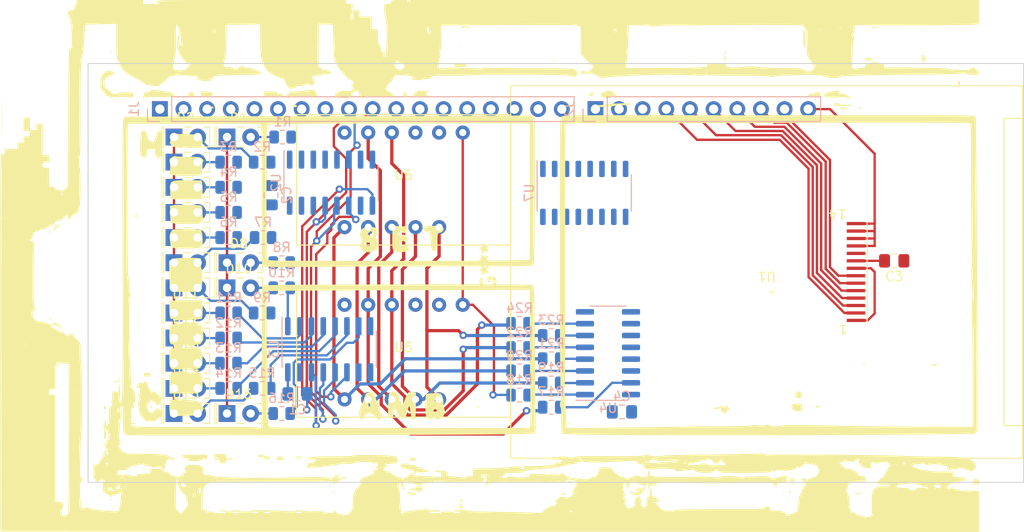
<source format=kicad_pcb>
(kicad_pcb (version 20211014) (generator pcbnew)
  (layers (0 "F.Cu" signal) (31 "B.Cu" signal) (34 "B.Paste" user) (35 "F.Paste" user) (36 "B.SilkS" user "B.Silkscreen") (37 "F.SilkS" user "F.Silkscreen") (38 "B.Mask" user) (39 "F.Mask" user) (44 "Edge.Cuts" user))
  (net 0 "")
  (net 1 "+5V")
  (net 2 "Net-(D1-Pad2)")
  (net 3 "Net-(D2-Pad2)")
  (net 4 "Net-(R1-Pad1)")
  (net 5 "Net-(D3-Pad2)")
  (net 6 "Net-(R2-Pad1)")
  (net 7 "Net-(R3-Pad1)")
  (net 8 "Net-(D4-Pad2)")
  (net 9 "Net-(R4-Pad1)")
  (net 10 "Net-(R5-Pad1)")
  (net 11 "Net-(D5-Pad2)")
  (net 12 "Net-(R6-Pad1)")
  (net 13 "Net-(R7-Pad1)")
  (net 14 "Net-(R8-Pad1)")
  (net 15 "Net-(R9-Pad1)")
  (net 16 "Net-(R10-Pad1)")
  (net 17 "Net-(D6-Pad2)")
  (net 18 "Net-(R11-Pad1)")
  (net 19 "Net-(R12-Pad1)")
  (net 20 "Net-(D7-Pad2)")
  (net 21 "Net-(R13-Pad1)")
  (net 22 "Net-(R14-Pad1)")
  (net 23 "Net-(D8-Pad2)")
  (net 24 "Net-(R15-Pad1)")
  (net 25 "Net-(R16-Pad1)")
  (net 26 "Net-(R17-Pad1)")
  (net 27 "Net-(R18-Pad1)")
  (net 28 "Net-(R19-Pad1)")
  (net 29 "Net-(R20-Pad1)")
  (net 30 "Net-(R21-Pad1)")
  (net 31 "Net-(R22-Pad1)")
  (net 32 "Net-(R23-Pad1)")
  (net 33 "Net-(R23-Pad2)")
  (net 34 "Net-(R24-Pad1)")
  (net 35 "Net-(R24-Pad2)")
  (net 36 "Net-(D9-Pad2)")
  (net 37 "Net-(D10-Pad2)")
  (net 38 "Net-(D11-Pad2)")
  (net 39 "Net-(D12-Pad2)")
  (net 40 "Net-(D13-Pad2)")
  (net 41 "Net-(D14-Pad2)")
  (net 42 "Net-(D15-Pad2)")
  (net 43 "Net-(C3-Pad2)")
  (net 44 "Net-(D16-Pad2)")
  (net 45 "/MOSI_2")
  (net 46 "/SCK_2")
  (net 47 "/Clear")
  (net 48 "/LH_2")
  (net 49 "/MOSI_1")
  (net 51 "/SCK_1")
  (net 52 "/LED_Dimming")
  (net 53 "/LH_1")
  (net 55 "/D1")
  (net 56 "Net-(J2-Pad4)")
  (net 57 "Net-(J2-Pad5)")
  (net 58 "Net-(J2-Pad6)")
  (net 59 "Net-(J2-Pad7)")
  (net 60 "Net-(R17-Pad2)")
  (net 61 "Net-(R18-Pad2)")
  (net 62 "Net-(R19-Pad2)")
  (net 63 "Net-(R20-Pad2)")
  (net 64 "Net-(R21-Pad2)")
  (net 65 "Net-(R22-Pad2)")
  (net 66 "Net-(J2-Pad8)")
  (net 67 "Net-(J2-Pad9)")
  (net 68 "Net-(J2-Pad3)")
  (net 69 "Net-(U2-Pad9)")
  (net 72 "Net-(U6-Pad8)")
  (net 73 "Net-(U6-Pad9)")
  (net 74 "Net-(U6-Pad12)")
  (net 75 "/D2")
  (net 76 "/D3")
  (net 77 "/D4")
  (net 78 "/D5")
  (net 79 "/D6")
  (net 81 "GND")
  (net 83 "Net-(U5-Pad8)")
  (net 84 "Net-(U5-Pad9)")
  (net 85 "Net-(U5-Pad12)")
  (footprint "LED_THT:LED_Rectangular_W5.0mm_H2.0mm" (layer "F.Cu") (at 107.525 68.4)
    (fp_text reference "D1")
    (fp_text value "LED")
  )
  (footprint "LEDs:2.2_wvga_spi" (layer "F.Cu") (at 165.5 82.9 180)
    (fp_text reference "U1")
    (fp_text value "2.2__WVGA_SPI_14pin")
  )
  (footprint "LED_THT:LED_Rectangular_W5.0mm_H2.0mm" (layer "F.Cu") (at 101.825 71.1)
    (fp_text reference "D3")
    (fp_text value "LED")
  )
  (footprint "LED_THT:LED_Rectangular_W5.0mm_H2.0mm" (layer "F.Cu") (at 101.825 73.8)
    (fp_text reference "D4")
    (fp_text value "LED")
  )
  (footprint "Capacitor_SMD:C_0805_2012Metric_Pad1.18x1.45mm_HandSolder" (layer "F.Cu") (at 179.2 81.7 180)
    (fp_text reference "C3")
    (fp_text value "100n")
  )
  (footprint "LED_THT:LED_Rectangular_W5.0mm_H2.0mm" (layer "F.Cu") (at 101.825 76.5)
    (fp_text reference "D5")
    (fp_text value "LED")
  )
  (footprint "LED_THT:LED_Rectangular_W5.0mm_H2.0mm" (layer "F.Cu") (at 107.525 81.9)
    (fp_text reference "D8")
    (fp_text value "LED")
  )
  (footprint "LED_THT:LED_Rectangular_W5.0mm_H2.0mm" (layer "F.Cu") (at 107.525 98.1)
    (fp_text reference "D16")
    (fp_text value "LED")
  )
  (footprint "LED_THT:LED_Rectangular_W5.0mm_H2.0mm" (layer "F.Cu") (at 101.825 90)
    (fp_text reference "D12")
    (fp_text value "LED")
  )
  (footprint "LED_THT:LED_Rectangular_W5.0mm_H2.0mm" (layer "F.Cu") (at 101.825 84.6)
    (fp_text reference "D9")
    (fp_text value "LED")
  )
  (footprint "Personal:CL3631AH" (layer "F.Cu") (at 126.5 73)
    (fp_text reference "U6")
    (fp_text value "CL3631AH")
  )
  (footprint "Personal:CL3631AH" (layer "F.Cu") (at 126.5 91.5)
    (fp_text reference "U5")
    (fp_text value "CL3631AH")
  )
  (footprint "LED_THT:LED_Rectangular_W5.0mm_H2.0mm" (layer "F.Cu") (at 101.825 68.4)
    (fp_text reference "D2")
    (fp_text value "LED")
  )
  (footprint "LED_THT:LED_Rectangular_W5.0mm_H2.0mm" (layer "F.Cu") (at 101.825 79.2)
    (fp_text reference "D6")
    (fp_text value "LED")
  )
  (footprint "LED_THT:LED_Rectangular_W5.0mm_H2.0mm" (layer "F.Cu") (at 101.825 92.7)
    (fp_text reference "D13")
    (fp_text value "LED")
  )
  (footprint "Personal:hvac overlay" (layer "F.Cu") (at 135.636 82.296 -90)
    (fp_text reference "G***")
    (fp_text value "LOGO" hide)
  )
  (footprint "LED_THT:LED_Rectangular_W5.0mm_H2.0mm" (layer "F.Cu") (at 101.825 81.9)
    (fp_text reference "D7")
    (fp_text value "LED")
  )
  (footprint "LED_THT:LED_Rectangular_W5.0mm_H2.0mm" (layer "F.Cu") (at 101.825 98.1)
    (fp_text reference "D15")
    (fp_text value "LED")
  )
  (footprint "LED_THT:LED_Rectangular_W5.0mm_H2.0mm" (layer "F.Cu") (at 101.825 87.3)
    (fp_text reference "D11")
    (fp_text value "LED")
  )
  (footprint "LED_THT:LED_Rectangular_W5.0mm_H2.0mm" (layer "F.Cu") (at 107.525 84.6)
    (fp_text reference "D10")
    (fp_text value "LED")
  )
  (footprint "LED_THT:LED_Rectangular_W5.0mm_H2.0mm" (layer "F.Cu") (at 101.825 95.4)
    (fp_text reference "D14")
    (fp_text value "LED")
  )
  (footprint "Capacitor_SMD:C_0805_2012Metric_Pad1.18x1.45mm_HandSolder" (layer "B.Cu") (at 115.1 96)
    (fp_text reference "C1")
    (fp_text value "100n")
  )
  (footprint "Resistor_SMD:R_0805_2012Metric" (layer "B.Cu") (at 111.3 71.1 180)
    (fp_text reference "R2")
    (fp_text value "220")
  )
  (footprint "Package_SO:SOIC-16_3.9x9.9mm_P1.27mm" (layer "B.Cu") (at 118.5 91.2 -90)
    (fp_text reference "U3")
    (fp_text value "74HC595")
  )
  (footprint "Resistor_SMD:R_0805_2012Metric" (layer "B.Cu") (at 142.351854 89.725 180)
    (fp_text reference "R23")
    (fp_text value "220")
  )
  (footprint "Resistor_SMD:R_0805_2012Metric" (layer "B.Cu") (at 113.4 84.6 180)
    (fp_text reference "R10")
    (fp_text value "220")
  )
  (footprint "Resistor_SMD:R_0805_2012Metric" (layer "B.Cu") (at 138.951854 96.125 180)
    (fp_text reference "R18")
    (fp_text value "220")
  )
  (footprint "Resistor_SMD:R_0805_2012Metric" (layer "B.Cu") (at 142.351854 92.225 180)
    (fp_text reference "R21")
    (fp_text value "220")
  )
  (footprint "Resistor_SMD:R_0805_2012Metric" (layer "B.Cu") (at 113.4 81.9 180)
    (fp_text reference "R8")
    (fp_text value "220")
  )
  (footprint "Package_SO:SO-16_3.9x9.9mm_P1.27mm" (layer "B.Cu") (at 145.9 74.4 -90)
    (fp_text reference "U7")
    (fp_text value "ULN2003")
  )
  (footprint "Resistor_SMD:R_0805_2012Metric" (layer "B.Cu") (at 113.4 98.1 180)
    (fp_text reference "R16")
    (fp_text value "220")
  )
  (footprint "Resistor_SMD:R_0805_2012Metric" (layer "B.Cu") (at 107.7 95.4 180)
    (fp_text reference "R14")
    (fp_text value "220")
  )
  (footprint "Resistor_SMD:R_0805_2012Metric" (layer "B.Cu") (at 138.951854 88.425 180)
    (fp_text reference "R24")
    (fp_text value "220")
  )
  (footprint "Resistor_SMD:R_0805_2012Metric" (layer "B.Cu") (at 111.3 95.4 180)
    (fp_text reference "R15")
    (fp_text value "220")
  )
  (footprint "Package_SO:SOIC-16_3.9x9.9mm_P1.27mm" (layer "B.Cu") (at 148.451854 91.625)
    (fp_text reference "U4")
    (fp_text value "74HC595")
  )
  (footprint "Resistor_SMD:R_0805_2012Metric" (layer "B.Cu") (at 107.7 71.1 180)
    (fp_text reference "R3")
    (fp_text value "220")
  )
  (footprint "Resistor_SMD:R_0805_2012Metric" (layer "B.Cu") (at 142.351854 94.825 180)
    (fp_text reference "R19")
    (fp_text value "220")
  )
  (footprint "Capacitor_SMD:C_0805_2012Metric_Pad1.18x1.45mm_HandSolder" (layer "B.Cu") (at 149.951854 97.925 180)
    (fp_text reference "C4")
    (fp_text value "100n")
  )
  (footprint "Resistor_SMD:R_0805_2012Metric" (layer "B.Cu") (at 138.951854 93.525 180)
    (fp_text reference "R20")
    (fp_text value "220")
  )
  (footprint "Resistor_SMD:R_0805_2012Metric" (layer "B.Cu") (at 107.7 73.8 180)
    (fp_text reference "R4")
    (fp_text value "220")
  )
  (footprint "Resistor_SMD:R_0805_2012Metric" (layer "B.Cu") (at 107.7 79.2 180)
    (fp_text reference "R6")
    (fp_text value "220")
  )
  (footprint "Resistor_SMD:R_0805_2012Metric" (layer "B.Cu") (at 107.7 90 180)
    (fp_text reference "R12")
    (fp_text value "220")
  )
  (footprint "Resistor_SMD:R_0805_2012Metric" (layer "B.Cu") (at 107.7 76.5 180)
    (fp_text reference "R5")
    (fp_text value "220")
  )
  (footprint "Resistor_SMD:R_0805_2012Metric" (layer "B.Cu") (at 107.7 87.3 180)
    (fp_text reference "R11")
    (fp_text value "220")
  )
  (footprint "Connector_PinSocket_2.54mm:PinSocket_1x10_P2.54mm_Vertical" (layer "B.Cu") (at 147.1 65.4 -90)
    (fp_text reference "J2")
    (fp_text value "Conn_01x10")
  )
  (footprint "Resistor_SMD:R_0805_2012Metric" (layer "B.Cu") (at 142.351854 97.425 180)
    (fp_text reference "R17")
    (fp_text value "220")
  )
  (footprint "Resistor_SMD:R_0805_2012Metric" (layer "B.Cu") (at 113.5 68.4 180)
    (fp_text reference "R1")
    (fp_text value "220")
  )
  (footprint "Package_SO:SOIC-16_3.9x9.9mm_P1.27mm" (layer "B.Cu") (at 118.7 73.3 -90)
    (fp_text reference "U2")
    (fp_text value "74HC595")
  )
  (footprint "Resistor_SMD:R_0805_2012Metric" (layer "B.Cu") (at 138.951854 91.025 180)
    (fp_text reference "R22")
    (fp_text value "220")
  )
  (footprint "Resistor_SMD:R_0805_2012Metric" (layer "B.Cu") (at 107.6875 92.7 180)
    (fp_text reference "R13")
    (fp_text value "220")
  )
  (footprint "Resistor_SMD:R_0805_2012Metric" (layer "B.Cu") (at 111.3 87.3 180)
    (fp_text reference "R9")
    (fp_text value "220")
  )
  (footprint "Connector_PinSocket_2.54mm:PinSocket_1x18_P2.54mm_Vertical" (layer "B.Cu") (at 100.31 65.4 -90)
    (fp_text reference "J1")
    (fp_text value "Conn_01x18")
  )
  (footprint "Resistor_SMD:R_0805_2012Metric" (layer "B.Cu") (at 111.4 79.2 180)
    (fp_text reference "R7")
    (fp_text value "220")
  )
  (footprint "Capacitor_SMD:C_0805_2012Metric_Pad1.18x1.45mm_HandSolder" (layer "B.Cu") (at 112.25 74.65 90)
    (fp_text reference "C2")
    (fp_text value "100n")
  )
  (gr_rect (start 92.6 60.5) (end 193.1 105.5) (layer "Edge.Cuts") (width 0.1) (fill none))
  (segment (start 114.0625 93.6825) (end 114.055 93.675) (width 0.25) (layer "B.Cu") (net 1))
  (segment (start 114.0625 96) (end 114.0625 93.6825) (width 0.25) (layer "B.Cu") (net 1))
  (segment (start 110.065 68.4) (end 112.5875 68.4) (width 0.25) (layer "B.Cu") (net 2))
  (segment (start 110.3875 71.1) (end 110.3875 70.936522) (width 0.25) (layer "B.Cu") (net 3))
  (segment (start 105.589511 69.624511) (end 109.075489 69.624511) (width 0.25) (layer "B.Cu") (net 3))
  (segment (start 110.3875 70.936522) (end 109.075489 69.624511) (width 0.25) (layer "B.Cu") (net 3))
  (segment (start 104.365 68.4) (end 105.589511 69.624511) (width 0.25) (layer "B.Cu") (net 3))
  (segment (start 104.365 71.1) (end 106.7875 71.1) (width 0.25) (layer "B.Cu") (net 5))
  (segment (start 104.365 73.8) (end 106.7875 73.8) (width 0.25) (layer "B.Cu") (net 8))
  (segment (start 104.365 76.5) (end 106.7875 76.5) (width 0.25) (layer "B.Cu") (net 11))
  (segment (start 114.055 88.725) (end 114.055 84.8575) (width 0.25) (layer "B.Cu") (net 16))
  (segment (start 114.055 84.8575) (end 114.3125 84.6) (width 0.25) (layer "B.Cu") (net 16))
  (segment (start 106.7875 79.2) (end 104.365 79.2) (width 0.25) (layer "B.Cu") (net 17))
  (segment (start 115.00048 90.02452) (end 111.33702 90.02452) (width 0.25) (layer "B.Cu") (net 18))
  (segment (start 115.325 88.725) (end 115.325 89.7) (width 0.25) (layer "B.Cu") (net 18))
  (segment (start 115.325 89.7) (end 115.00048 90.02452) (width 0.25) (layer "B.Cu") (net 18))
  (segment (start 111.33702 90.02452) (end 108.6125 87.3) (width 0.25) (layer "B.Cu") (net 18))
  (segment (start 116.595 89.7) (end 116.595 88.725) (width 0.25) (layer "B.Cu") (net 19))
  (segment (start 108.6125 90) (end 109.08654 90.47404) (width 0.25) (layer "B.Cu") (net 19))
  (segment (start 115.82096 90.47404) (end 116.595 89.7) (width 0.25) (layer "B.Cu") (net 19))
  (segment (start 109.08654 90.47404) (end 115.82096 90.47404) (width 0.25) (layer "B.Cu") (net 19))
  (segment (start 105.865 80.4) (end 109.2875 80.4) (width 0.25) (layer "B.Cu") (net 20))
  (segment (start 109.2875 80.4) (end 110.4875 79.2) (width 0.25) (layer "B.Cu") (net 20))
  (segment (start 104.365 81.9) (end 105.865 80.4) (width 0.25) (layer "B.Cu") (net 20))
  (segment (start 117.865 89.7) (end 116.64144 90.92356) (width 0.25) (layer "B.Cu") (net 21))
  (segment (start 116.64144 90.92356) (end 111.47644 90.92356) (width 0.25) (layer "B.Cu") (net 21))
  (segment (start 117.865 88.725) (end 117.865 89.7) (width 0.25) (layer "B.Cu") (net 21))
  (segment (start 108.6 92.7) (end 109.7 92.7) (width 0.25) (layer "B.Cu") (net 21))
  (segment (start 109.7 92.7) (end 111.47644 90.92356) (width 0.25) (layer "B.Cu") (net 21))
  (segment (start 112.5 91.4) (end 108.6125 95.2875) (width 0.25) (layer "B.Cu") (net 22))
  (segment (start 108.6125 95.2875) (end 108.6125 95.4) (width 0.25) (layer "B.Cu") (net 22))
  (segment (start 119.135 89.7) (end 117.435 91.4) (width 0.25) (layer "B.Cu") (net 22))
  (segment (start 117.435 91.4) (end 112.5 91.4) (width 0.25) (layer "B.Cu") (net 22))
  (segment (start 119.135 88.725) (end 119.135 89.7) (width 0.25) (layer "B.Cu") (net 22))
  (segment (start 110.065 81.9) (end 112.4875 81.9) (width 0.25) (layer "B.Cu") (net 23))
  (segment (start 112.2125 95.4) (end 112.2125 92.8875) (width 0.25) (layer "B.Cu") (net 24))
  (segment (start 112.2125 92.8875) (end 112.35 92.75) (width 0.25) (layer "B.Cu") (net 24))
  (segment (start 113.25048 91.84952) (end 118.25548 91.84952) (width 0.25) (layer "B.Cu") (net 24))
  (segment (start 120.405 89.7) (end 120.405 88.725) (width 0.25) (layer "B.Cu") (net 24))
  (segment (start 118.25548 91.84952) (end 120.405 89.7) (width 0.25) (layer "B.Cu") (net 24))
  (segment (start 112.2125 92.8875) (end 113.25048 91.84952) (width 0.25) (layer "B.Cu") (net 24))
  (segment (start 114.70048 92.646374) (end 115.046854 92.3) (width 0.25) (layer "B.Cu") (net 25))
  (segment (start 120.4 90.5) (end 121.1 90.5) (width 0.25) (layer "B.Cu") (net 25))
  (segment (start 115.02548 95.24904) (end 114.70048 94.92404) (width 0.25) (layer "B.Cu") (net 25))
  (segment (start 114.3125 98.1) (end 115.02548 97.38702) (width 0.25) (layer "B.Cu") (net 25))
  (segment (start 114.70048 94.92404) (end 114.70048 92.646374) (width 0.25) (layer "B.Cu") (net 25))
  (segment (start 118.6 92.3) (end 120.4 90.5) (width 0.25) (layer "B.Cu") (net 25))
  (segment (start 121.675 88.725) (end 121.675 89.925) (width 0.25) (layer "B.Cu") (net 25))
  (segment (start 115.046854 92.3) (end 118.6 92.3) (width 0.25) (layer "B.Cu") (net 25))
  (segment (start 121.675 89.925) (end 121.1 90.5) (width 0.25) (layer "B.Cu") (net 25))
  (segment (start 115.02548 97.38702) (end 115.02548 95.24904) (width 0.25) (layer "B.Cu") (net 25))
  (segment (start 146.275 97.425) (end 148.9 94.8) (width 0.25) (layer "B.Cu") (net 26))
  (segment (start 143.264354 97.425) (end 146.275 97.425) (width 0.25) (layer "B.Cu") (net 26))
  (segment (start 148.9 94.8) (end 150.926854 94.8) (width 0.25) (layer "B.Cu") (net 26))
  (segment (start 145.976854 96.07) (end 139.919354 96.07) (width 0.25) (layer "B.Cu") (net 27))
  (segment (start 139.919354 96.07) (end 139.864354 96.125) (width 0.25) (layer "B.Cu") (net 27))
  (segment (start 145.951854 94.825) (end 145.976854 94.8) (width 0.25) (layer "B.Cu") (net 28))
  (segment (start 143.264354 94.825) (end 145.951854 94.825) (width 0.25) (layer "B.Cu") (net 28))
  (segment (start 145.976854 93.53) (end 139.869354 93.53) (width 0.25) (layer "B.Cu") (net 29))
  (segment (start 139.869354 93.53) (end 139.864354 93.525) (width 0.25) (layer "B.Cu") (net 29))
  (segment (start 143.264354 92.225) (end 145.941854 92.225) (width 0.25) (layer "B.Cu") (net 30))
  (segment (start 145.941854 92.225) (end 145.976854 92.26) (width 0.25) (layer "B.Cu") (net 30))
  (segment (start 139.899354 90.99) (end 139.864354 91.025) (width 0.25) (layer "B.Cu") (net 31))
  (segment (start 145.976854 90.99) (end 139.899354 90.99) (width 0.25) (layer "B.Cu") (net 31))
  (segment (start 145.971854 89.725) (end 145.976854 89.72) (width 0.25) (layer "B.Cu") (net 32))
  (segment (start 143.264354 89.725) (end 145.971854 89.725) (width 0.25) (layer "B.Cu") (net 32))
  (segment (start 129 82.5) (end 129 89.2) (width 0.35) (layer "F.Cu") (net 33))
  (segment (start 129 89.2) (end 132.4 89.2) (width 0.35) (layer "F.Cu") (net 33))
  (segment (start 130.31 78.08) (end 130.31 81.19) (width 0.35) (layer "F.Cu") (net 33))
  (segment (start 132.4 89.2) (end 132.9 89.7) (width 0.35) (layer "F.Cu") (net 33))
  (segment (start 129 89.2) (end 129 95.27) (width 0.35) (layer "F.Cu") (net 33))
  (segment (start 129 95.27) (end 130.31 96.58) (width 0.35) (layer "F.Cu") (net 33))
  (segment (start 130.31 81.19) (end 129 82.5) (width 0.35) (layer "F.Cu") (net 33))
  (via (at 132.9 89.7) (size 0.8) (drill 0.4) (layers "F.Cu" "B.Cu") (net 33))
  (segment (start 132.9 89.7) (end 132.925 89.725) (width 0.35) (layer "B.Cu") (net 33))
  (segment (start 132.925 89.725) (end 141.439354 89.725) (width 0.35) (layer "B.Cu") (net 33))
  (segment (start 145.976854 88.45) (end 139.889354 88.45) (width 0.25) (layer "B.Cu") (net 34))
  (segment (start 139.889354 88.45) (end 139.864354 88.425) (width 0.25) (layer "B.Cu") (net 34))
  (segment (start 123.826511 82.173489) (end 123.826511 95.176511) (width 0.35) (layer "F.Cu") (net 35))
  (segment (start 134.424588 89.075412) (end 134.9 88.6) (width 0.35) (layer "F.Cu") (net 35))
  (segment (start 134.424588 94.924588) (end 134.424588 89.075412) (width 0.35) (layer "F.Cu") (net 35))
  (segment (start 125.23 80.77) (end 123.826511 82.173489) (width 0.35) (layer "F.Cu") (net 35))
  (segment (start 125.23 96.58) (end 126.91603 98.26603) (width 0.35) (layer "F.Cu") (net 35))
  (segment (start 131.083145 98.26603) (end 134.424588 94.924588) (width 0.35) (layer "F.Cu") (net 35))
  (segment (start 126.91603 98.26603) (end 131.083145 98.26603) (width 0.35) (layer "F.Cu") (net 35))
  (segment (start 123.826511 95.176511) (end 125.23 96.58) (width 0.35) (layer "F.Cu") (net 35))
  (segment (start 125.23 78.08) (end 125.23 80.77) (width 0.35) (layer "F.Cu") (net 35))
  (via (at 134.9 88.6) (size 0.8) (drill 0.4) (layers "F.Cu" "B.Cu") (net 35))
  (segment (start 136.7 88.6) (end 137.864354 88.6) (width 0.35) (layer "B.Cu") (net 35))
  (segment (start 137.864354 88.6) (end 138.039354 88.425) (width 0.35) (layer "B.Cu") (net 35))
  (segment (start 134.9 88.6) (end 136.7 88.6) (width 0.35) (layer "B.Cu") (net 35))
  (segment (start 109.0875 86) (end 110.3875 87.3) (width 0.25) (layer "B.Cu") (net 36))
  (segment (start 104.365 84.6) (end 105.765 86) (width 0.25) (layer "B.Cu") (net 36))
  (segment (start 105.765 86) (end 109.0875 86) (width 0.25) (layer "B.Cu") (net 36))
  (segment (start 110.065 84.6) (end 112.4875 84.6) (width 0.25) (layer "B.Cu") (net 37))
  (segment (start 104.365 87.3) (end 106.7875 87.3) (width 0.25) (layer "B.Cu") (net 38))
  (segment (start 106.7875 90) (end 104.365 90) (width 0.25) (layer "B.Cu") (net 39))
  (segment (start 104.365 92.7) (end 106.775 92.7) (width 0.25) (layer "B.Cu") (net 40))
  (segment (start 104.365 95.4) (end 106.7875 95.4) (width 0.25) (layer "B.Cu") (net 41))
  (segment (start 105.765 96.7) (end 109.2875 96.7) (width 0.25) (layer "B.Cu") (net 42))
  (segment (start 104.365 98.1) (end 105.765 96.7) (width 0.25) (layer "B.Cu") (net 42))
  (segment (start 109.2875 96.7) (end 110.5875 95.4) (width 0.25) (layer "B.Cu") (net 42))
  (segment (start 175.1 81.7) (end 178.1625 81.7) (width 0.25) (layer "F.Cu") (net 43))
  (segment (start 110.065 98.1) (end 112.4875 98.1) (width 0.25) (layer "B.Cu") (net 44))
  (segment (start 117.7 96.3) (end 118.67402 96.3) (width 0.25) (layer "F.Cu") (net 51))
  (segment (start 118.724511 77.824511) (end 118.724511 78.375489) (width 0.25) (layer "F.Cu") (net 51))
  (segment (start 121.077035 76.975489) (end 119.573533 76.975489) (width 0.25) (layer "F.Cu") (net 51))
  (segment (start 117.1 95.7) (end 117.7 96.3) (width 0.25) (layer "F.Cu") (net 51))
  (segment (start 118.3 79.8) (end 117.1 81) (width 0.25) (layer "F.Cu") (net 51))
  (segment (start 118.3 78.8) (end 118.3 79.8) (width 0.25) (layer "F.Cu") (net 51))
  (segment (start 117.1 81) (end 117.1 95.7) (width 0.25) (layer "F.Cu") (net 51))
  (segment (start 118.724511 78.375489) (end 118.3 78.8) (width 0.25) (layer "F.Cu") (net 51))
  (segment (start 121.36112 77.259574) (end 121.077035 76.975489) (width 0.25) (layer "F.Cu") (net 51))
  (segment (start 119.573533 76.975489) (end 118.724511 77.824511) (width 0.25) (layer "F.Cu") (net 51))
  (via (at 121.36112 77.259574) (size 0.8) (drill 0.4) (layers "F.Cu" "B.Cu") (net 51))
  (via (at 118.67402 96.3) (size 0.8) (drill 0.4) (layers "F.Cu" "B.Cu") (net 51))
  (segment (start 118.8 95.7) (end 118.67402 95.82598) (width 0.25) (layer "B.Cu") (net 51))
  (segment (start 121.36112 77.259574) (end 120.605 76.503454) (width 0.25) (layer "B.Cu") (net 51))
  (segment (start 120.405 94.095) (end 118.8 95.7) (width 0.25) (layer "B.Cu") (net 51))
  (segment (start 118.67402 95.82598) (end 118.67402 96.3) (width 0.25) (layer "B.Cu") (net 51))
  (segment (start 120.605 76.503454) (end 120.605 75.775) (width 0.25) (layer "B.Cu") (net 51))
  (segment (start 120.405 93.675) (end 120.405 94.095) (width 0.25) (layer "B.Cu") (net 51))
  (segment (start 120.324511 74.347766) (end 120.324511 70.724511) (width 0.25) (layer "F.Cu") (net 52))
  (segment (start 116.1 78.572277) (end 116.1 78.9144) (width 0.25) (layer "F.Cu") (net 52))
  (segment (start 117.8245 97.716506) (end 117.8245 98.7) (width 0.25) (layer "F.Cu") (net 52))
  (segment (start 116.1 94.5) (end 116.1 95.992006) (width 0.25) (layer "F.Cu") (net 52))
  (segment (start 116.603997 96.496003) (end 117.8245 97.716506) (width 0.25) (layer "F.Cu") (net 52))
  (segment (start 116.1 79.6) (end 116.1 78.9144) (width 0.25) (layer "F.Cu") (net 52))
  (segment (start 120.324511 70.724511) (end 119 69.4) (width 0.25) (layer "F.Cu") (net 52))
  (segment (start 119 69.4) (end 119 67.461963) (width 0.25) (layer "F.Cu") (net 52))
  (segment (start 119.887452 66.574511) (end 121.995489 66.574511) (width 0.25) (layer "F.Cu") (net 52))
  (segment (start 116.1 95.992006) (end 116.603997 96.496003) (width 0.25) (layer "F.Cu") (net 52))
  (segment (start 119.072277 75.6) (end 120.324511 74.347766) (width 0.25) (layer "F.Cu") (net 52))
  (segment (start 119 67.461963) (end 119.887452 66.574511) (width 0.25) (layer "F.Cu") (net 52))
  (segment (start 116.1 94.5) (end 116.1 79.6) (width 0.25) (layer "F.Cu") (net 52))
  (segment (start 121.995489 66.574511) (end 123.17 65.4) (width 0.25) (layer "F.Cu") (net 52))
  (segment (start 116.1 95.7) (end 116.1 94.5) (width 0.25) (layer "F.Cu") (net 52))
  (segment (start 119.072277 75.6) (end 116.1 78.572277) (width 0.25) (layer "F.Cu") (net 52))
  (via (at 117.112299 77.512299) (size 0.8) (drill 0.4) (layers "F.Cu" "B.Cu") (net 52))
  (via (at 117.8245 98.7) (size 0.8) (drill 0.4) (layers "F.Cu" "B.Cu") (net 52))
  (segment (start 118.065 75.775) (end 118.065 77.165) (width 0.25) (layer "B.Cu") (net 52))
  (segment (start 117.8245 97.9245) (end 117.5 97.6) (width 0.25) (layer "B.Cu") (net 52))
  (segment (start 117.717701 77.512299) (end 118.065 77.165) (width 0.25) (layer "B.Cu") (net 52))
  (segment (start 117.5 97.6) (end 117.5 95.4) (width 0.25) (layer "B.Cu") (net 52))
  (segment (start 117.8245 98.7) (end 117.8245 97.9245) (width 0.25) (layer "B.Cu") (net 52))
  (segment (start 117.112299 77.512299) (end 117.717701 77.512299) (width 0.25) (layer "B.Cu") (net 52))
  (segment (start 117.5 95.4) (end 117.865 95.035) (width 0.25) (layer "B.Cu") (net 52))
  (segment (start 117.865 95.035) (end 117.865 93.675) (width 0.25) (layer "B.Cu") (net 52))
  (segment (start 117.162299 78.534576) (end 120.8 74.896875) (width 0.25) (layer "F.Cu") (net 53))
  (segment (start 116.54952 95.05048) (end 116.54952 95.44952) (width 0.25) (layer "F.Cu") (net 53))
  (segment (start 120.8 69.976901) (end 121.494703 69.282198) (width 0.25) (layer "F.Cu") (net 53))
  (segment (start 116.54952 80.175078) (end 116.54952 87.9) (width 0.25) (layer "F.Cu") (net 53))
  (segment (start 116.54952 87.9) (end 116.54952 95.05048) (width 0.25) (layer "F.Cu") (net 53))
  (segment (start 120.8 74.896875) (end 120.8 69.976901) (width 0.25) (layer "F.Cu") (net 53))
  (segment (start 117.162299 79.562299) (end 117.162299 78.534576) (width 0.25) (layer "F.Cu") (net 53))
  (segment (start 116.54952 95.805808) (end 119.2 98.456288) (width 0.25) (layer "F.Cu") (net 53))
  (segment (start 116.54952 95.05048) (end 116.54952 95.805808) (width 0.25) (layer "F.Cu") (net 53))
  (segment (start 117.162299 79.562299) (end 116.54952 80.175078) (width 0.25) (layer "F.Cu") (net 53))
  (segment (start 119.2179 98.8821) (end 119.2 98.9) (width 0.25) (layer "F.Cu") (net 53))
  (segment (start 119.2 98.456288) (end 119.2 98.9) (width 0.25) (layer "F.Cu") (net 53))
  (via (at 117.162299 79.562299) (size 0.8) (drill 0.4) (layers "F.Cu" "B.Cu") (net 53))
  (via (at 121.494703 69.282198) (size 0.8) (drill 0.4) (layers "F.Cu" "B.Cu") (net 53))
  (via (at 119.2 98.9) (size 0.8) (drill 0.4) (layers "F.Cu" "B.Cu") (net 53))
  (segment (start 121.494703 69.282198) (end 121.236511 69.024006) (width 0.25) (layer "B.Cu") (net 53))
  (segment (start 118.35 95.25) (end 117.94952 95.65048) (width 0.25) (layer "B.Cu") (net 53))
  (segment (start 117.94952 95.65048) (end 117.94952 97) (width 0.25) (layer "B.Cu") (net 53))
  (segment (start 119.335 75.775) (end 119.035 76.075) (width 0.25) (layer "B.Cu") (net 53))
  (segment (start 117.94952 97) (end 119.2 98.25048) (width 0.25) (layer "B.Cu") (net 53))
  (segment (start 118.35 95.25) (end 119.135 94.465) (width 0.25) (layer "B.Cu") (net 53))
  (segment (start 119.035 76.075) (end 119.035 77.689598) (width 0.25) (layer "B.Cu") (net 53))
  (segment (start 119.035 77.689598) (end 117.162299 79.562299) (width 0.25) (layer "B.Cu") (net 53))
  (segment (start 119.2179 98.8821) (end 119.2 98.9) (width 0.25) (layer "B.Cu") (net 53))
  (segment (start 119.135 94.465) (end 119.135 93.675) (width 0.25) (layer "B.Cu") (net 53))
  (segment (start 121.236511 66.006511) (end 120.63 65.4) (width 0.25) (layer "B.Cu") (net 53))
  (segment (start 119.2 98.25048) (end 119.2 98.9) (width 0.25) (layer "B.Cu") (net 53))
  (segment (start 121.236511 69.024006) (end 121.236511 66.006511) (width 0.25) (layer "B.Cu") (net 53))
  (segment (start 170 71.8) (end 170 83.45) (width 0.25) (layer "F.Cu") (net 56))
  (segment (start 170 83.45) (end 173.85 87.3) (width 0.25) (layer "F.Cu") (net 56))
  (segment (start 173.85 87.3) (end 175.1 87.3) (width 0.25) (layer "F.Cu") (net 56))
  (segment (start 154.72 65.4) (end 158.02 68.7) (width 0.25) (layer "F.Cu") (net 56))
  (segment (start 158.02 68.7) (end 158.7 68.7) (width 0.25) (layer "F.Cu") (net 56))
  (segment (start 158.02 68.7) (end 166.9 68.7) (width 0.25) (layer "F.Cu") (net 56))
  (segment (start 166.9 68.7) (end 170 71.8) (width 0.25) (layer "F.Cu") (net 56))
  (segment (start 170.44952 71.613803) (end 170.44952 83.24952) (width 0.25) (layer "F.Cu") (net 57))
  (segment (start 167.035718 68.2) (end 170.44952 71.613803) (width 0.25) (layer "F.Cu") (net 57))
  (segment (start 160.06 68.2) (end 167.035718 68.2) (width 0.25) (layer "F.Cu") (net 57))
  (segment (start 157.26 65.4) (end 160.06 68.2) (width 0.25) (layer "F.Cu") (net 57))
  (segment (start 173.7 86.5) (end 175.1 86.5) (width 0.25) (layer "F.Cu") (net 57))
  (segment (start 170.44952 83.24952) (end 173.7 86.5) (width 0.25) (layer "F.Cu") (net 57))
  (segment (start 170.89904 82.99904) (end 170.89904 71.427604) (width 0.25) (layer "F.Cu") (net 58))
  (segment (start 162.15048 67.75048) (end 159.8 65.4) (width 0.25) (layer "F.Cu") (net 58))
  (segment (start 175.1 85.7) (end 173.6 85.7) (width 0.25) (layer "F.Cu") (net 58))
  (segment (start 173.6 85.7) (end 170.89904 82.99904) (width 0.25) (layer "F.Cu") (net 58))
  (segment (start 170.89904 71.427604) (end 170.685718 71.214282) (width 0.25) (layer "F.Cu") (net 58))
  (segment (start 167.221916 67.75048) (end 162.15048 67.75048) (width 0.25) (layer "F.Cu") (net 58))
  (segment (start 170.89904 71.427604) (end 167.221916 67.75048) (width 0.25) (layer "F.Cu") (net 58))
  (segment (start 167.408114 67.30096) (end 171.053577 70.946423) (width 0.25) (layer "F.Cu") (net 59))
  (segment (start 173.54856 84.9) (end 175.1 84.9) (width 0.25) (layer "F.Cu") (net 59))
  (segment (start 171.053577 70.946423) (end 171.34856 71.241407) (width 0.25) (layer "F.Cu") (net 59))
  (segment (start 171.34856 82.7) (end 173.54856 84.9) (width 0.25) (layer "F.Cu") (net 59))
  (segment (start 162.34 65.4) (end 164.24096 67.30096) (width 0.25) (layer "F.Cu") (net 59))
  (segment (start 171.34856 71.241407) (end 171.34856 82.7) (width 0.25) (layer "F.Cu") (net 59))
  (segment (start 164.24096 67.30096) (end 167.408114 67.30096) (width 0.25) (layer "F.Cu") (net 59))
  (segment (start 127.267964 100.3) (end 137.2 100.3) (width 0.35) (layer "F.Cu") (net 60))
  (segment (start 124 72) (end 124 81.222862) (width 0.35) (layer "F.Cu") (net 60))
  (segment (start 122.69 94.897963) (end 124.093489 96.301452) (width 0.35) (layer "F.Cu") (net 60))
  (segment (start 124.133982 97.166018) (end 127.267964 100.3) (width 0.35) (layer "F.Cu") (net 60))
  (segment (start 122.69 67.92) (end 122.69 70.69) (width 0.35) (layer "F.Cu") (net 60))
  (segment (start 137.2 100.3) (end 139.7 97.8) (width 0.35) (layer "F.Cu") (net 60))
  (segment (start 122.69 86.42) (end 122.69 94.897963) (width 0.35) (layer "F.Cu") (net 60))
  (segment (start 124.093489 97.125526) (end 124.133982 97.166018) (width 0.35) (layer "F.Cu") (net 60))
  (segment (start 124 81.222862) (end 122.69 82.532862) (width 0.35) (layer "F.Cu") (net 60))
  (segment (start 122.69 70.69) (end 124 72) (width 0.35) (layer "F.Cu") (net 60))
  (segment (start 122.69 82.532862) (end 122.69 86.42) (width 0.35) (layer "F.Cu") (net 60))
  (segment (start 124.093489 96.301452) (end 124.093489 97.125526) (width 0.35) (layer "F.Cu") (net 60))
  (via (at 139.7 97.8) (size 0.8) (drill 0.4) (layers "F.Cu" "B.Cu") (net 60))
  (segment (start 139.7 97.8) (end 141.064354 97.8) (width 0.35) (layer "B.Cu") (net 60))
  (segment (start 141.064354 97.8) (end 141.439354 97.425) (width 0.35) (layer "B.Cu") (net 60))
  (segment (start 133.92763 86.42) (end 136.2 88.69237) (width 0.25) (layer "F.Cu") (net 61))
  (segment (start 136.2 88.69237) (end 136.2 95.5) (width 0.25) (layer "F.Cu") (net 61))
  (segment (start 132.85 86.42) (end 133.92763 86.42) (width 0.25) (layer "F.Cu") (net 61))
  (segment (start 136.2 95.5) (end 136.2 96) (width 0.25) (layer "F.Cu") (net 61))
  (segment (start 132.85 67.92) (end 132.85 86.42) (width 0.25) (layer "F.Cu") (net 61))
  (segment (start 136.2 96) (end 136.1 96.1) (width 0.25) (layer "F.Cu") (net 61))
  (via (at 136.1 96.1) (size 0.8) (drill 0.4) (layers "F.Cu" "B.Cu") (net 61))
  (segment (start 138.014354 96.1) (end 138.039354 96.125) (width 0.25) (layer "B.Cu") (net 61))
  (segment (start 136.1 96.1) (end 138.014354 96.1) (width 0.25) (layer "B.Cu") (net 61))
  (segment (start 126.366511 95.176511) (end 126.366511 82.633489) (width 0.35) (layer "F.Cu") (net 62))
  (segment (start 127.77 96.58) (end 126.366511 95.176511) (width 0.35) (layer "F.Cu") (net 62))
  (segment (start 127.77 81.23) (end 127.77 78.08) (width 0.35) (layer "F.Cu") (net 62))
  (segment (start 126.366511 82.633489) (end 127.77 81.23) (width 0.35) (layer "F.Cu") (net 62))
  (segment (start 128.627963 96.58) (end 130.382963 94.825) (width 0.35) (layer "B.Cu") (net 62))
  (segment (start 130.382963 94.825) (end 141.439354 94.825) (width 0.35) (layer "B.Cu") (net 62))
  (segment (start 127.77 96.58) (end 128.627963 96.58) (width 0.35) (layer "B.Cu") (net 62))
  (segment (start 121.5 82) (end 121.5 95.39) (width 0.35) (layer "F.Cu") (net 63))
  (segment (start 122.69 78.08) (end 122.69 80.81) (width 0.35) (layer "F.Cu") (net 63))
  (segment (start 121.5 95.39) (end 122.69 96.58) (width 0.35) (layer "F.Cu") (net 63))
  (segment (start 122.69 80.81) (end 121.5 82) (width 0.35) (layer "F.Cu") (net 63))
  (segment (start 123.547963 96.58) (end 126.602963 93.525) (width 0.35) (layer "B.Cu") (net 63))
  (segment (start 122.69 96.58) (end 123.547963 96.58) (width 0.35) (layer "B.Cu") (net 63))
  (segment (start 126.602963 93.525) (end 138.039354 93.525) (width 0.35) (layer "B.Cu") (net 63))
  (segment (start 120.15 78.08) (end 119.013489 79.216511) (width 0.35) (layer "F.Cu") (net 64))
  (segment (start 119.013489 79.216511) (end 119.013489 95.443489) (width 0.35) (layer "F.Cu") (net 64))
  (segment (start 119.013489 95.443489) (end 120.15 96.58) (width 0.35) (layer "F.Cu") (net 64))
  (segment (start 121.80548 94.92452) (end 123.97548 94.92452) (width 0.35) (layer "B.Cu") (net 64))
  (segment (start 120.15 96.58) (end 121.80548 94.92452) (width 0.35) (layer "B.Cu") (net 64))
  (segment (start 123.97548 94.92452) (end 126.675 92.225) (width 0.35) (layer "B.Cu") (net 64))
  (segment (start 126.675 92.225) (end 141.439354 92.225) (width 0.35) (layer "B.Cu") (net 64))
  (segment (start 130.855526 97.716511) (end 132.9 95.672037) (width 0.35) (layer "F.Cu") (net 65))
  (segment (start 125.23 82.77) (end 125.23 86.42) (width 0.35) (layer "F.Cu") (net 65))
  (segment (start 125.23 94.897963) (end 126.633489 96.301452) (width 0.35) (layer "F.Cu") (net 65))
  (segment (start 125.23 71.23) (end 126.5 72.5) (width 0.35) (layer "F.Cu") (net 65))
  (segment (start 126.633489 97.125526) (end 127.224474 97.716511) (width 0.35) (layer "F.Cu") (net 65))
  (segment (start 125.23 67.92) (end 125.23 71.23) (width 0.35) (layer "F.Cu") (net 65))
  (segment (start 126.5 72.5) (end 126.5 81.5) (width 0.35) (layer "F.Cu") (net 65))
  (segment (start 126.5 81.5) (end 125.23 82.77) (width 0.35) (layer "F.Cu") (net 65))
  (segment (start 132.9 95.672037) (end 132.9 91.2) (width 0.35) (layer "F.Cu") (net 65))
  (segment (start 125.23 86.42) (end 125.23 94.897963) (width 0.35) (layer "F.Cu") (net 65))
  (segment (start 127.224474 97.716511) (end 130.855526 97.716511) (width 0.35) (layer "F.Cu") (net 65))
  (segment (start 126.633489 96.301452) (end 126.633489 97.125526) (width 0.35) (layer "F.Cu") (net 65))
  (via (at 132.9 91.2) (size 0.8) (drill 0.4) (layers "F.Cu" "B.Cu") (net 65))
  (segment (start 132.9 91.2) (end 133.075 91.025) (width 0.35) (layer "B.Cu") (net 65))
  (segment (start 133.075 91.025) (end 138.039354 91.025) (width 0.35) (layer "B.Cu") (net 65))
  (segment (start 164.88 65.4) (end 166.33144 66.85144) (width 0.25) (layer "F.Cu") (net 66))
  (segment (start 166.33144 66.85144) (end 167.65144 66.85144) (width 0.25) (layer "F.Cu") (net 66))
  (segment (start 171.842139 82.557861) (end 173.384278 84.1) (width 0.25) (layer "F.Cu") (net 66))
  (segment (start 166.33144 66.85144) (end 166.54856 66.85144) (width 0.25) (layer "F.Cu") (net 66))
  (segment (start 167.65144 66.85144) (end 171.842139 71.042139) (width 0.25) (layer "F.Cu") (net 66))
  (segment (start 171.842139 71.042139) (end 171.842139 82.557861) (width 0.25) (layer "F.Cu") (net 66))
  (segment (start 173.384278 84.1) (end 175.1 84.1) (width 0.25) (layer "F.Cu") (net 66))
  (segment (start 167.80192 66.40192) (end 167.837638 66.40192) (width 0.25) (layer "F.Cu") (net 67))
  (segment (start 172.3 82.380004) (end 173.219996 83.3) (width 0.25) (layer "F.Cu") (net 67))
  (segment (start 167.42 66.02) (end 167.80192 66.40192) (width 0.25) (layer "F.Cu") (net 67))
  (segment (start 167.42 65.4) (end 167.42 66.02) (width 0.25) (layer "F.Cu") (net 67))
  (segment (start 172.3 70.864282) (end 172.3 82.380004) (width 0.25) (layer "F.Cu") (net 67))
  (segment (start 173.219996 83.3) (end 175.1 83.3) (width 0.25) (layer "F.Cu") (net 67))
  (segment (start 167.837638 66.40192) (end 172.3 70.864282) (width 0.25) (layer "F.Cu") (net 67))
  (segment (start 119.6 74) (end 115.6 78) (width 0.25) (layer "F.Cu") (net 69))
  (segment (start 117.1 99.4) (end 117.1 97.627724) (width 0.25) (layer "F.Cu") (net 69))
  (segment (start 116.636138 97.163862) (end 115.6 96.127723) (width 0.25) (layer "F.Cu") (net 69))
  (segment (start 115.6 96.127723) (end 115.6 79.027724) (width 0.25) (layer "F.Cu") (net 69))
  (segment (start 117.1 97.627724) (end 116.636138 97.163862) (width 0.25) (layer "F.Cu") (net 69))
  (segment (start 115.6 96.127723) (end 115.6 95.3) (width 0.25) (layer "F.Cu") (net 69))
  (segment (start 115.6 78) (end 115.6 79.027724) (width 0.25) (layer "F.Cu") (net 69))
  (via (at 119.6 74) (size 0.8) (drill 0.4) (layers "F.Cu" "B.Cu") (net 69))
  (via (at 117.1 99.4) (size 0.8) (drill 0.4) (layers "F.Cu" "B.Cu") (net 69))
  (segment (start 117.04952 96.74952) (end 117.04952 99.34952) (width 0.25) (layer "B.Cu") (net 69))
  (segment (start 122.6 74) (end 119.6 74) (width 0.25) (layer "B.Cu") (net 69))
  (segment (start 117.04952 99.34952) (end 117.1 99.4) (width 0.25) (layer "B.Cu") (net 69))
  (segment (start 117.04952 95.74952) (end 117.04952 96.74952) (width 0.25) (layer "B.Cu") (net 69))
  (segment (start 117.04952 94.12952) (end 117.04952 95.74952) (width 0.25) (layer "B.Cu") (net 69))
  (segment (start 117.04952 96.74952) (end 117.04952 97.74952) (width 0.25) (layer "B.Cu") (net 69))
  (segment (start 123.145 75.775) (end 123.145 74.545) (width 0.25) (layer "B.Cu") (net 69))
  (segment (start 116.595 93.675) (end 117.04952 94.12952) (width 0.25) (layer "B.Cu") (net 69))
  (segment (start 123.145 74.545) (end 122.6 74) (width 0.25) (layer "B.Cu") (net 69))
  (segment (start 175.1 79.3) (end 177.1 79.3) (width 0.25) (layer "F.Cu") (net 81))
  (segment (start 177.1 87.35) (end 177.1 82.9) (width 0.25) (layer "F.Cu") (net 81))
  (segment (start 175.1 80.1) (end 177.1 80.1) (width 0.25) (layer "F.Cu") (net 81))
  (segment (start 177.1 78.3) (end 177.1 78.6) (width 0.25) (layer "F.Cu") (net 81))
  (segment (start 177.1 70.2) (end 177.1 77.7) (width 0.25) (layer "F.Cu") (net 81))
  (segment (start 175.1 78.5) (end 177 78.5) (width 0.25) (layer "F.Cu") (net 81))
  (segment (start 177.1 79.3) (end 177.1 80.1) (width 0.25) (layer "F.Cu") (net 81))
  (segment (start 175.1 77.7) (end 177.1 77.7) (width 0.25) (layer "F.Cu") (net 81))
  (segment (start 175.1 82.5) (end 176.7 82.5) (width 0.25) (layer "F.Cu") (net 81))
  (segment (start 177.1 77.7) (end 177.1 78.3) (width 0.25) (layer "F.Cu") (net 81))
  (segment (start 176.7 82.5) (end 177.1 82.9) (width 0.25) (layer "F.Cu") (net 81))
  (segment (start 177.1 78.6) (end 177.1 79.3) (width 0.25) (layer "F.Cu") (net 81))
  (segment (start 177 78.5) (end 177.1 78.6) (width 0.25) (layer "F.Cu") (net 81))
  (segment (start 107.525 68.4) (end 107.525 98.1) (width 0.25) (layer "F.Cu") (net 81))
  (segment (start 172.3 65.4) (end 177.1 70.2) (width 0.25) (layer "F.Cu") (net 81))
  (segment (start 101.825 68.4) (end 101.825 98.1) (width 0.25) (layer "F.Cu") (net 81))
  (segment (start 176.35 88.1) (end 177.1 87.35) (width 0.25) (layer "F.Cu") (net 81))
  (segment (start 175.1 77.7) (end 176.5 77.7) (width 0.25) (layer "F.Cu") (net 81))
  (segment (start 175.1 88.1) (end 176.35 88.1) (width 0.25) (layer "F.Cu") (net 81))
  (segment (start 169.96 65.4) (end 172.3 65.4) (width 0.25) (layer "F.Cu") (net 81))
  (via (at 116.1 97.7) (size 0.8) (drill 0.4) (layers "F.Cu" "B.Cu") (net 81))
  (segment (start 116.1375 96) (end 116.1375 97.6625) (width 0.25) (layer "B.Cu") (net 81))
  (segment (start 116.1375 97.6625) (end 116.1 97.7) (width 0.25) (layer "B.Cu") (net 81))
)
</source>
